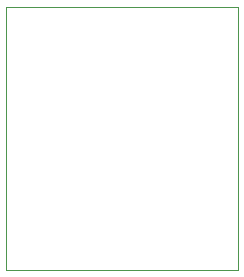
<source format=gbr>
G04 #@! TF.GenerationSoftware,KiCad,Pcbnew,(5.1.5)-2*
G04 #@! TF.CreationDate,2020-10-22T14:23:29-05:00*
G04 #@! TF.ProjectId,usbSerial,75736253-6572-4696-916c-2e6b69636164,rev?*
G04 #@! TF.SameCoordinates,Original*
G04 #@! TF.FileFunction,Profile,NP*
%FSLAX46Y46*%
G04 Gerber Fmt 4.6, Leading zero omitted, Abs format (unit mm)*
G04 Created by KiCad (PCBNEW (5.1.5)-2) date 2020-10-22 14:23:29*
%MOMM*%
%LPD*%
G04 APERTURE LIST*
%ADD10C,0.050000*%
G04 APERTURE END LIST*
D10*
X51000000Y-82000000D02*
X51000000Y-59700000D01*
X70600000Y-82000000D02*
X51000000Y-82000000D01*
X70600000Y-59700000D02*
X70600000Y-82000000D01*
X51000000Y-59700000D02*
X70600000Y-59700000D01*
M02*

</source>
